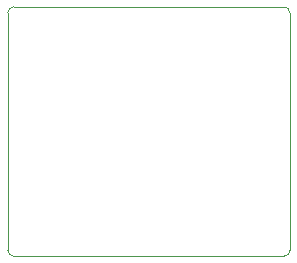
<source format=gbr>
%TF.GenerationSoftware,KiCad,Pcbnew,(6.0.10)*%
%TF.CreationDate,2023-01-20T09:05:44-05:00*%
%TF.ProjectId,soft_pump_start,736f6674-5f70-4756-9d70-5f7374617274,rev?*%
%TF.SameCoordinates,PX8722ba0PY337f980*%
%TF.FileFunction,Profile,NP*%
%FSLAX46Y46*%
G04 Gerber Fmt 4.6, Leading zero omitted, Abs format (unit mm)*
G04 Created by KiCad (PCBNEW (6.0.10)) date 2023-01-20 09:05:44*
%MOMM*%
%LPD*%
G01*
G04 APERTURE LIST*
%TA.AperFunction,Profile*%
%ADD10C,0.100000*%
%TD*%
G04 APERTURE END LIST*
D10*
X1500000Y-1000000D02*
G75*
G03*
X1000000Y-1500000I0J-500000D01*
G01*
X1000000Y-21600000D02*
G75*
G03*
X1500000Y-22100000I500000J0D01*
G01*
X24400000Y-22100000D02*
G75*
G03*
X24900000Y-21600000I0J500000D01*
G01*
X24900000Y-1500000D02*
G75*
G03*
X24400000Y-1000000I-500000J0D01*
G01*
X1500000Y-1000000D02*
X24400000Y-1000000D01*
X1000000Y-21600000D02*
X1000000Y-1500000D01*
X24400000Y-22100000D02*
X1500000Y-22100000D01*
X24900000Y-1500000D02*
X24900000Y-21600000D01*
M02*

</source>
